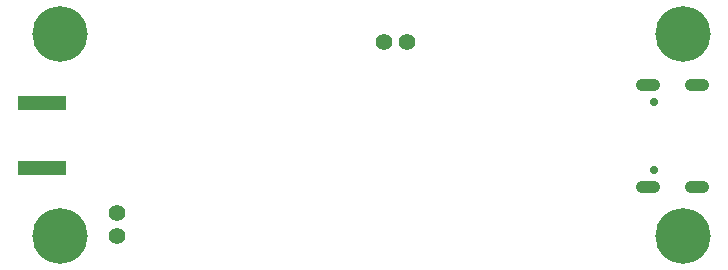
<source format=gbs>
%TF.GenerationSoftware,KiCad,Pcbnew,7.0.7*%
%TF.CreationDate,2023-12-21T17:24:58+09:00*%
%TF.ProjectId,pocket_sdr_v2.1,706f636b-6574-45f7-9364-725f76322e31,rev?*%
%TF.SameCoordinates,Original*%
%TF.FileFunction,Soldermask,Bot*%
%TF.FilePolarity,Negative*%
%FSLAX46Y46*%
G04 Gerber Fmt 4.6, Leading zero omitted, Abs format (unit mm)*
G04 Created by KiCad (PCBNEW 7.0.7) date 2023-12-21 17:24:58*
%MOMM*%
%LPD*%
G01*
G04 APERTURE LIST*
G04 Aperture macros list*
%AMRoundRect*
0 Rectangle with rounded corners*
0 $1 Rounding radius*
0 $2 $3 $4 $5 $6 $7 $8 $9 X,Y pos of 4 corners*
0 Add a 4 corners polygon primitive as box body*
4,1,4,$2,$3,$4,$5,$6,$7,$8,$9,$2,$3,0*
0 Add four circle primitives for the rounded corners*
1,1,$1+$1,$2,$3*
1,1,$1+$1,$4,$5*
1,1,$1+$1,$6,$7*
1,1,$1+$1,$8,$9*
0 Add four rect primitives between the rounded corners*
20,1,$1+$1,$2,$3,$4,$5,0*
20,1,$1+$1,$4,$5,$6,$7,0*
20,1,$1+$1,$6,$7,$8,$9,0*
20,1,$1+$1,$8,$9,$2,$3,0*%
G04 Aperture macros list end*
%ADD10C,1.409600*%
%ADD11C,4.701600*%
%ADD12C,0.700000*%
%ADD13O,2.100000X1.050000*%
%ADD14RoundRect,0.050800X-2.000000X-0.500000X2.000000X-0.500000X2.000000X0.500000X-2.000000X0.500000X0*%
G04 APERTURE END LIST*
D10*
%TO.C,J3*%
X129780000Y-111550000D03*
X129780000Y-113550000D03*
%TD*%
D11*
%TO.C,U$54*%
X125001100Y-113500000D03*
%TD*%
%TO.C,U$58*%
X177706300Y-113500000D03*
%TD*%
D10*
%TO.C,J1*%
X152357400Y-97103600D03*
X154357400Y-97103600D03*
%TD*%
D11*
%TO.C,U$53*%
X125001100Y-96450000D03*
%TD*%
D12*
%TO.C,J2*%
X175256300Y-107910000D03*
X175256300Y-102130000D03*
D13*
X174726300Y-109340000D03*
X174726300Y-100700000D03*
X178906300Y-109340000D03*
X178906300Y-100700000D03*
%TD*%
D11*
%TO.C,U$55*%
X177706300Y-96450000D03*
%TD*%
D14*
%TO.C,J4*%
X123401100Y-107753600D03*
X123401100Y-102253600D03*
%TD*%
M02*

</source>
